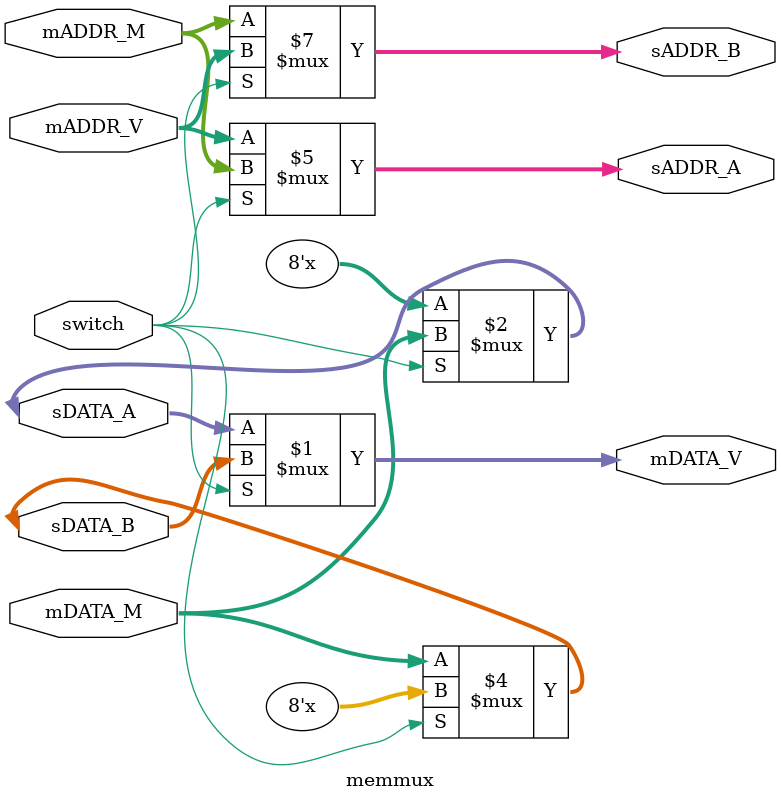
<source format=v>
/*
   Copyright 2020 Ali Raheem <github@shoryuken.me>

   Licensed under the Apache License, Version 2.0 (the "License");
   you may not use this file except in compliance with the License.
   You may obtain a copy of the License at

       http://www.apache.org/licenses/LICENSE-2.0

   Unless required by applicable law or agreed to in writing, software
   distributed under the License is distributed on an "AS IS" BASIS,
   WITHOUT WARRANTIES OR CONDITIONS OF ANY KIND, either express or implied.
   See the License for the specific language governing permissions and limitations under the License.
*/

module memmux(switch, mADDR_M, mDATA_M, mADDR_V, mDATA_V, sADDR_A, sDATA_A, sADDR_B, sDATA_B);
   parameter ADDR_WIDTH = 8;
   parameter DATA_WIDTH = 8;

   // Master port
   input switch;
   input [ADDR_WIDTH - 1:0]  mADDR_M;
   input [DATA_WIDTH - 1:0]  mDATA_M;
   input [ADDR_WIDTH - 1:0]  mADDR_V;
   output [DATA_WIDTH - 1:0] mDATA_V;

   // Slave port
   output [ADDR_WIDTH - 1:0] sADDR_A;
   inout [DATA_WIDTH - 1:0]  sDATA_A;
   output [ADDR_WIDTH - 1:0] sADDR_B;
   inout [DATA_WIDTH - 1:0]  sDATA_B;
   
   assign mDATA_V = switch ? sDATA_B : sDATA_A;

   assign sDATA_A = switch ? mDATA_M : {DATA_WIDTH{1'bZ}};
   assign sDATA_B = !switch ? mDATA_M : {DATA_WIDTH{1'bZ}};
   assign sADDR_A = switch ? mADDR_M : mADDR_V;
   assign sADDR_B = !switch ? mADDR_M : mADDR_V;


endmodule // memmux



</source>
